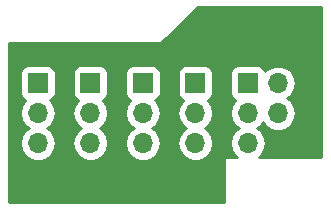
<source format=gbr>
G04 #@! TF.GenerationSoftware,KiCad,Pcbnew,5.0.2+dfsg1-1*
G04 #@! TF.CreationDate,2020-07-17T18:23:56-07:00*
G04 #@! TF.ProjectId,mawile,6d617769-6c65-42e6-9b69-6361645f7063,rev?*
G04 #@! TF.SameCoordinates,PX4c4db10PY99746c8*
G04 #@! TF.FileFunction,Copper,L2,Bot*
G04 #@! TF.FilePolarity,Positive*
%FSLAX46Y46*%
G04 Gerber Fmt 4.6, Leading zero omitted, Abs format (unit mm)*
G04 Created by KiCad (PCBNEW 5.0.2+dfsg1-1) date Fri 17 Jul 2020 06:23:56 PM PDT*
%MOMM*%
%LPD*%
G01*
G04 APERTURE LIST*
G04 #@! TA.AperFunction,ComponentPad*
%ADD10R,1.700000X1.700000*%
G04 #@! TD*
G04 #@! TA.AperFunction,ComponentPad*
%ADD11O,1.700000X1.700000*%
G04 #@! TD*
G04 #@! TA.AperFunction,ViaPad*
%ADD12C,0.900000*%
G04 #@! TD*
G04 #@! TA.AperFunction,ViaPad*
%ADD13C,0.600000*%
G04 #@! TD*
G04 #@! TA.AperFunction,ViaPad*
%ADD14C,1.600000*%
G04 #@! TD*
G04 #@! TA.AperFunction,Conductor*
%ADD15C,0.254000*%
G04 #@! TD*
G04 APERTURE END LIST*
D10*
G04 #@! TO.P,J1,1*
G04 #@! TO.N,+3V3*
X20320000Y10160000D03*
D11*
G04 #@! TO.P,J1,2*
G04 #@! TO.N,+5V*
X22860000Y10160000D03*
G04 #@! TO.P,J1,3*
G04 #@! TO.N,/SDA_Pi*
X20320000Y7620000D03*
G04 #@! TO.P,J1,4*
G04 #@! TO.N,+5V*
X22860000Y7620000D03*
G04 #@! TO.P,J1,5*
G04 #@! TO.N,/SCL_Pi*
X20320000Y5080000D03*
G04 #@! TO.P,J1,6*
G04 #@! TO.N,GNDD*
X22860000Y5080000D03*
G04 #@! TD*
D10*
G04 #@! TO.P,J2,1*
G04 #@! TO.N,+3V3*
X15875000Y10160000D03*
D11*
G04 #@! TO.P,J2,2*
G04 #@! TO.N,/SDA_Pi*
X15875000Y7620000D03*
G04 #@! TO.P,J2,3*
G04 #@! TO.N,/SCL_Pi*
X15875000Y5080000D03*
G04 #@! TO.P,J2,4*
G04 #@! TO.N,GNDD*
X15875000Y2540000D03*
G04 #@! TD*
G04 #@! TO.P,J3,4*
G04 #@! TO.N,GNDD*
X11430000Y2540000D03*
G04 #@! TO.P,J3,3*
G04 #@! TO.N,/SCL_Pi*
X11430000Y5080000D03*
G04 #@! TO.P,J3,2*
G04 #@! TO.N,/SDA_Pi*
X11430000Y7620000D03*
D10*
G04 #@! TO.P,J3,1*
G04 #@! TO.N,+3V3*
X11430000Y10160000D03*
G04 #@! TD*
G04 #@! TO.P,J4,1*
G04 #@! TO.N,+5V*
X6985000Y10160000D03*
D11*
G04 #@! TO.P,J4,2*
G04 #@! TO.N,/SDA_Pi*
X6985000Y7620000D03*
G04 #@! TO.P,J4,3*
G04 #@! TO.N,/SCL_Pi*
X6985000Y5080000D03*
G04 #@! TO.P,J4,4*
G04 #@! TO.N,GNDD*
X6985000Y2540000D03*
G04 #@! TD*
G04 #@! TO.P,J5,4*
G04 #@! TO.N,GNDD*
X2540000Y2540000D03*
G04 #@! TO.P,J5,3*
G04 #@! TO.N,/SCL_Pi*
X2540000Y5080000D03*
G04 #@! TO.P,J5,2*
G04 #@! TO.N,/SDA_Pi*
X2540000Y7620000D03*
D10*
G04 #@! TO.P,J5,1*
G04 #@! TO.N,+5V*
X2540000Y10160000D03*
G04 #@! TD*
D12*
G04 #@! TO.N,GNDD*
X25654000Y7620000D03*
D13*
X25654000Y10160000D03*
D14*
X25654000Y5080000D03*
D13*
X18279000Y13462000D03*
X25654000Y13462000D03*
X1270000Y12700000D03*
G04 #@! TD*
D15*
G04 #@! TO.N,GNDD*
G36*
X26543000Y3937000D02*
X21282308Y3937000D01*
X21390625Y4009375D01*
X21718839Y4500582D01*
X21834092Y5080000D01*
X21718839Y5659418D01*
X21390625Y6150625D01*
X21092239Y6350000D01*
X21390625Y6549375D01*
X21590000Y6847761D01*
X21789375Y6549375D01*
X22280582Y6221161D01*
X22713744Y6135000D01*
X23006256Y6135000D01*
X23439418Y6221161D01*
X23930625Y6549375D01*
X24258839Y7040582D01*
X24374092Y7620000D01*
X24258839Y8199418D01*
X23930625Y8690625D01*
X23632239Y8890000D01*
X23930625Y9089375D01*
X24258839Y9580582D01*
X24374092Y10160000D01*
X24258839Y10739418D01*
X23930625Y11230625D01*
X23439418Y11558839D01*
X23006256Y11645000D01*
X22713744Y11645000D01*
X22280582Y11558839D01*
X21789375Y11230625D01*
X21777184Y11212381D01*
X21768157Y11257765D01*
X21627809Y11467809D01*
X21417765Y11608157D01*
X21170000Y11657440D01*
X19470000Y11657440D01*
X19222235Y11608157D01*
X19012191Y11467809D01*
X18871843Y11257765D01*
X18822560Y11010000D01*
X18822560Y9310000D01*
X18871843Y9062235D01*
X19012191Y8852191D01*
X19222235Y8711843D01*
X19267619Y8702816D01*
X19249375Y8690625D01*
X18921161Y8199418D01*
X18805908Y7620000D01*
X18921161Y7040582D01*
X19249375Y6549375D01*
X19547761Y6350000D01*
X19249375Y6150625D01*
X18921161Y5659418D01*
X18805908Y5080000D01*
X18921161Y4500582D01*
X19249375Y4009375D01*
X19357692Y3937000D01*
X18415000Y3937000D01*
X18366399Y3927333D01*
X18325197Y3899803D01*
X18297667Y3858601D01*
X18288000Y3810000D01*
X18288000Y127000D01*
X127000Y127000D01*
X127000Y7620000D01*
X1025908Y7620000D01*
X1141161Y7040582D01*
X1469375Y6549375D01*
X1767761Y6350000D01*
X1469375Y6150625D01*
X1141161Y5659418D01*
X1025908Y5080000D01*
X1141161Y4500582D01*
X1469375Y4009375D01*
X1960582Y3681161D01*
X2393744Y3595000D01*
X2686256Y3595000D01*
X3119418Y3681161D01*
X3610625Y4009375D01*
X3938839Y4500582D01*
X4054092Y5080000D01*
X3938839Y5659418D01*
X3610625Y6150625D01*
X3312239Y6350000D01*
X3610625Y6549375D01*
X3938839Y7040582D01*
X4054092Y7620000D01*
X5470908Y7620000D01*
X5586161Y7040582D01*
X5914375Y6549375D01*
X6212761Y6350000D01*
X5914375Y6150625D01*
X5586161Y5659418D01*
X5470908Y5080000D01*
X5586161Y4500582D01*
X5914375Y4009375D01*
X6405582Y3681161D01*
X6838744Y3595000D01*
X7131256Y3595000D01*
X7564418Y3681161D01*
X8055625Y4009375D01*
X8383839Y4500582D01*
X8499092Y5080000D01*
X8383839Y5659418D01*
X8055625Y6150625D01*
X7757239Y6350000D01*
X8055625Y6549375D01*
X8383839Y7040582D01*
X8499092Y7620000D01*
X9915908Y7620000D01*
X10031161Y7040582D01*
X10359375Y6549375D01*
X10657761Y6350000D01*
X10359375Y6150625D01*
X10031161Y5659418D01*
X9915908Y5080000D01*
X10031161Y4500582D01*
X10359375Y4009375D01*
X10850582Y3681161D01*
X11283744Y3595000D01*
X11576256Y3595000D01*
X12009418Y3681161D01*
X12500625Y4009375D01*
X12828839Y4500582D01*
X12944092Y5080000D01*
X12828839Y5659418D01*
X12500625Y6150625D01*
X12202239Y6350000D01*
X12500625Y6549375D01*
X12828839Y7040582D01*
X12944092Y7620000D01*
X14360908Y7620000D01*
X14476161Y7040582D01*
X14804375Y6549375D01*
X15102761Y6350000D01*
X14804375Y6150625D01*
X14476161Y5659418D01*
X14360908Y5080000D01*
X14476161Y4500582D01*
X14804375Y4009375D01*
X15295582Y3681161D01*
X15728744Y3595000D01*
X16021256Y3595000D01*
X16454418Y3681161D01*
X16945625Y4009375D01*
X17273839Y4500582D01*
X17389092Y5080000D01*
X17273839Y5659418D01*
X16945625Y6150625D01*
X16647239Y6350000D01*
X16945625Y6549375D01*
X17273839Y7040582D01*
X17389092Y7620000D01*
X17273839Y8199418D01*
X16945625Y8690625D01*
X16927381Y8702816D01*
X16972765Y8711843D01*
X17182809Y8852191D01*
X17323157Y9062235D01*
X17372440Y9310000D01*
X17372440Y11010000D01*
X17323157Y11257765D01*
X17182809Y11467809D01*
X16972765Y11608157D01*
X16725000Y11657440D01*
X15025000Y11657440D01*
X14777235Y11608157D01*
X14567191Y11467809D01*
X14426843Y11257765D01*
X14377560Y11010000D01*
X14377560Y9310000D01*
X14426843Y9062235D01*
X14567191Y8852191D01*
X14777235Y8711843D01*
X14822619Y8702816D01*
X14804375Y8690625D01*
X14476161Y8199418D01*
X14360908Y7620000D01*
X12944092Y7620000D01*
X12828839Y8199418D01*
X12500625Y8690625D01*
X12482381Y8702816D01*
X12527765Y8711843D01*
X12737809Y8852191D01*
X12878157Y9062235D01*
X12927440Y9310000D01*
X12927440Y11010000D01*
X12878157Y11257765D01*
X12737809Y11467809D01*
X12527765Y11608157D01*
X12280000Y11657440D01*
X10580000Y11657440D01*
X10332235Y11608157D01*
X10122191Y11467809D01*
X9981843Y11257765D01*
X9932560Y11010000D01*
X9932560Y9310000D01*
X9981843Y9062235D01*
X10122191Y8852191D01*
X10332235Y8711843D01*
X10377619Y8702816D01*
X10359375Y8690625D01*
X10031161Y8199418D01*
X9915908Y7620000D01*
X8499092Y7620000D01*
X8383839Y8199418D01*
X8055625Y8690625D01*
X8037381Y8702816D01*
X8082765Y8711843D01*
X8292809Y8852191D01*
X8433157Y9062235D01*
X8482440Y9310000D01*
X8482440Y11010000D01*
X8433157Y11257765D01*
X8292809Y11467809D01*
X8082765Y11608157D01*
X7835000Y11657440D01*
X6135000Y11657440D01*
X5887235Y11608157D01*
X5677191Y11467809D01*
X5536843Y11257765D01*
X5487560Y11010000D01*
X5487560Y9310000D01*
X5536843Y9062235D01*
X5677191Y8852191D01*
X5887235Y8711843D01*
X5932619Y8702816D01*
X5914375Y8690625D01*
X5586161Y8199418D01*
X5470908Y7620000D01*
X4054092Y7620000D01*
X3938839Y8199418D01*
X3610625Y8690625D01*
X3592381Y8702816D01*
X3637765Y8711843D01*
X3847809Y8852191D01*
X3988157Y9062235D01*
X4037440Y9310000D01*
X4037440Y11010000D01*
X3988157Y11257765D01*
X3847809Y11467809D01*
X3637765Y11608157D01*
X3390000Y11657440D01*
X1690000Y11657440D01*
X1442235Y11608157D01*
X1232191Y11467809D01*
X1091843Y11257765D01*
X1042560Y11010000D01*
X1042560Y9310000D01*
X1091843Y9062235D01*
X1232191Y8852191D01*
X1442235Y8711843D01*
X1487619Y8702816D01*
X1469375Y8690625D01*
X1141161Y8199418D01*
X1025908Y7620000D01*
X127000Y7620000D01*
X127000Y13589000D01*
X12954000Y13589000D01*
X13002601Y13598667D01*
X13043803Y13626197D01*
X16054606Y16637000D01*
X26543000Y16637000D01*
X26543000Y3937000D01*
X26543000Y3937000D01*
G37*
X26543000Y3937000D02*
X21282308Y3937000D01*
X21390625Y4009375D01*
X21718839Y4500582D01*
X21834092Y5080000D01*
X21718839Y5659418D01*
X21390625Y6150625D01*
X21092239Y6350000D01*
X21390625Y6549375D01*
X21590000Y6847761D01*
X21789375Y6549375D01*
X22280582Y6221161D01*
X22713744Y6135000D01*
X23006256Y6135000D01*
X23439418Y6221161D01*
X23930625Y6549375D01*
X24258839Y7040582D01*
X24374092Y7620000D01*
X24258839Y8199418D01*
X23930625Y8690625D01*
X23632239Y8890000D01*
X23930625Y9089375D01*
X24258839Y9580582D01*
X24374092Y10160000D01*
X24258839Y10739418D01*
X23930625Y11230625D01*
X23439418Y11558839D01*
X23006256Y11645000D01*
X22713744Y11645000D01*
X22280582Y11558839D01*
X21789375Y11230625D01*
X21777184Y11212381D01*
X21768157Y11257765D01*
X21627809Y11467809D01*
X21417765Y11608157D01*
X21170000Y11657440D01*
X19470000Y11657440D01*
X19222235Y11608157D01*
X19012191Y11467809D01*
X18871843Y11257765D01*
X18822560Y11010000D01*
X18822560Y9310000D01*
X18871843Y9062235D01*
X19012191Y8852191D01*
X19222235Y8711843D01*
X19267619Y8702816D01*
X19249375Y8690625D01*
X18921161Y8199418D01*
X18805908Y7620000D01*
X18921161Y7040582D01*
X19249375Y6549375D01*
X19547761Y6350000D01*
X19249375Y6150625D01*
X18921161Y5659418D01*
X18805908Y5080000D01*
X18921161Y4500582D01*
X19249375Y4009375D01*
X19357692Y3937000D01*
X18415000Y3937000D01*
X18366399Y3927333D01*
X18325197Y3899803D01*
X18297667Y3858601D01*
X18288000Y3810000D01*
X18288000Y127000D01*
X127000Y127000D01*
X127000Y7620000D01*
X1025908Y7620000D01*
X1141161Y7040582D01*
X1469375Y6549375D01*
X1767761Y6350000D01*
X1469375Y6150625D01*
X1141161Y5659418D01*
X1025908Y5080000D01*
X1141161Y4500582D01*
X1469375Y4009375D01*
X1960582Y3681161D01*
X2393744Y3595000D01*
X2686256Y3595000D01*
X3119418Y3681161D01*
X3610625Y4009375D01*
X3938839Y4500582D01*
X4054092Y5080000D01*
X3938839Y5659418D01*
X3610625Y6150625D01*
X3312239Y6350000D01*
X3610625Y6549375D01*
X3938839Y7040582D01*
X4054092Y7620000D01*
X5470908Y7620000D01*
X5586161Y7040582D01*
X5914375Y6549375D01*
X6212761Y6350000D01*
X5914375Y6150625D01*
X5586161Y5659418D01*
X5470908Y5080000D01*
X5586161Y4500582D01*
X5914375Y4009375D01*
X6405582Y3681161D01*
X6838744Y3595000D01*
X7131256Y3595000D01*
X7564418Y3681161D01*
X8055625Y4009375D01*
X8383839Y4500582D01*
X8499092Y5080000D01*
X8383839Y5659418D01*
X8055625Y6150625D01*
X7757239Y6350000D01*
X8055625Y6549375D01*
X8383839Y7040582D01*
X8499092Y7620000D01*
X9915908Y7620000D01*
X10031161Y7040582D01*
X10359375Y6549375D01*
X10657761Y6350000D01*
X10359375Y6150625D01*
X10031161Y5659418D01*
X9915908Y5080000D01*
X10031161Y4500582D01*
X10359375Y4009375D01*
X10850582Y3681161D01*
X11283744Y3595000D01*
X11576256Y3595000D01*
X12009418Y3681161D01*
X12500625Y4009375D01*
X12828839Y4500582D01*
X12944092Y5080000D01*
X12828839Y5659418D01*
X12500625Y6150625D01*
X12202239Y6350000D01*
X12500625Y6549375D01*
X12828839Y7040582D01*
X12944092Y7620000D01*
X14360908Y7620000D01*
X14476161Y7040582D01*
X14804375Y6549375D01*
X15102761Y6350000D01*
X14804375Y6150625D01*
X14476161Y5659418D01*
X14360908Y5080000D01*
X14476161Y4500582D01*
X14804375Y4009375D01*
X15295582Y3681161D01*
X15728744Y3595000D01*
X16021256Y3595000D01*
X16454418Y3681161D01*
X16945625Y4009375D01*
X17273839Y4500582D01*
X17389092Y5080000D01*
X17273839Y5659418D01*
X16945625Y6150625D01*
X16647239Y6350000D01*
X16945625Y6549375D01*
X17273839Y7040582D01*
X17389092Y7620000D01*
X17273839Y8199418D01*
X16945625Y8690625D01*
X16927381Y8702816D01*
X16972765Y8711843D01*
X17182809Y8852191D01*
X17323157Y9062235D01*
X17372440Y9310000D01*
X17372440Y11010000D01*
X17323157Y11257765D01*
X17182809Y11467809D01*
X16972765Y11608157D01*
X16725000Y11657440D01*
X15025000Y11657440D01*
X14777235Y11608157D01*
X14567191Y11467809D01*
X14426843Y11257765D01*
X14377560Y11010000D01*
X14377560Y9310000D01*
X14426843Y9062235D01*
X14567191Y8852191D01*
X14777235Y8711843D01*
X14822619Y8702816D01*
X14804375Y8690625D01*
X14476161Y8199418D01*
X14360908Y7620000D01*
X12944092Y7620000D01*
X12828839Y8199418D01*
X12500625Y8690625D01*
X12482381Y8702816D01*
X12527765Y8711843D01*
X12737809Y8852191D01*
X12878157Y9062235D01*
X12927440Y9310000D01*
X12927440Y11010000D01*
X12878157Y11257765D01*
X12737809Y11467809D01*
X12527765Y11608157D01*
X12280000Y11657440D01*
X10580000Y11657440D01*
X10332235Y11608157D01*
X10122191Y11467809D01*
X9981843Y11257765D01*
X9932560Y11010000D01*
X9932560Y9310000D01*
X9981843Y9062235D01*
X10122191Y8852191D01*
X10332235Y8711843D01*
X10377619Y8702816D01*
X10359375Y8690625D01*
X10031161Y8199418D01*
X9915908Y7620000D01*
X8499092Y7620000D01*
X8383839Y8199418D01*
X8055625Y8690625D01*
X8037381Y8702816D01*
X8082765Y8711843D01*
X8292809Y8852191D01*
X8433157Y9062235D01*
X8482440Y9310000D01*
X8482440Y11010000D01*
X8433157Y11257765D01*
X8292809Y11467809D01*
X8082765Y11608157D01*
X7835000Y11657440D01*
X6135000Y11657440D01*
X5887235Y11608157D01*
X5677191Y11467809D01*
X5536843Y11257765D01*
X5487560Y11010000D01*
X5487560Y9310000D01*
X5536843Y9062235D01*
X5677191Y8852191D01*
X5887235Y8711843D01*
X5932619Y8702816D01*
X5914375Y8690625D01*
X5586161Y8199418D01*
X5470908Y7620000D01*
X4054092Y7620000D01*
X3938839Y8199418D01*
X3610625Y8690625D01*
X3592381Y8702816D01*
X3637765Y8711843D01*
X3847809Y8852191D01*
X3988157Y9062235D01*
X4037440Y9310000D01*
X4037440Y11010000D01*
X3988157Y11257765D01*
X3847809Y11467809D01*
X3637765Y11608157D01*
X3390000Y11657440D01*
X1690000Y11657440D01*
X1442235Y11608157D01*
X1232191Y11467809D01*
X1091843Y11257765D01*
X1042560Y11010000D01*
X1042560Y9310000D01*
X1091843Y9062235D01*
X1232191Y8852191D01*
X1442235Y8711843D01*
X1487619Y8702816D01*
X1469375Y8690625D01*
X1141161Y8199418D01*
X1025908Y7620000D01*
X127000Y7620000D01*
X127000Y13589000D01*
X12954000Y13589000D01*
X13002601Y13598667D01*
X13043803Y13626197D01*
X16054606Y16637000D01*
X26543000Y16637000D01*
X26543000Y3937000D01*
G04 #@! TD*
M02*

</source>
